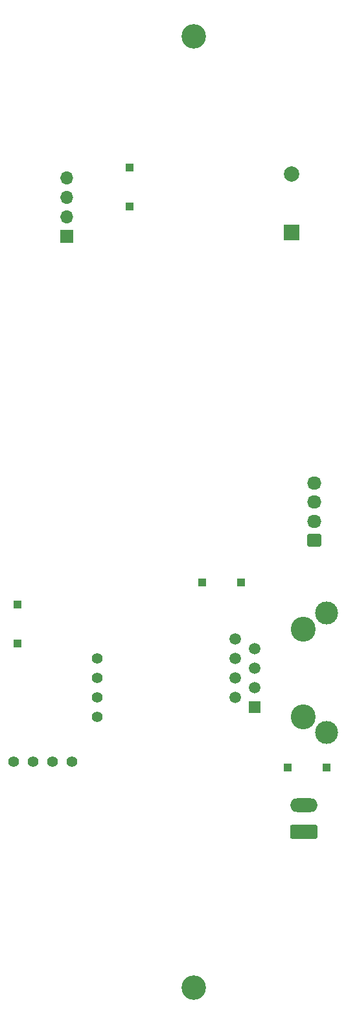
<source format=gbr>
%TF.GenerationSoftware,KiCad,Pcbnew,7.0.10*%
%TF.CreationDate,2024-04-30T16:54:11+09:00*%
%TF.ProjectId,Panel_board,50616e65-6c5f-4626-9f61-72642e6b6963,rev?*%
%TF.SameCoordinates,Original*%
%TF.FileFunction,Soldermask,Bot*%
%TF.FilePolarity,Negative*%
%FSLAX46Y46*%
G04 Gerber Fmt 4.6, Leading zero omitted, Abs format (unit mm)*
G04 Created by KiCad (PCBNEW 7.0.10) date 2024-04-30 16:54:11*
%MOMM*%
%LPD*%
G01*
G04 APERTURE LIST*
G04 Aperture macros list*
%AMRoundRect*
0 Rectangle with rounded corners*
0 $1 Rounding radius*
0 $2 $3 $4 $5 $6 $7 $8 $9 X,Y pos of 4 corners*
0 Add a 4 corners polygon primitive as box body*
4,1,4,$2,$3,$4,$5,$6,$7,$8,$9,$2,$3,0*
0 Add four circle primitives for the rounded corners*
1,1,$1+$1,$2,$3*
1,1,$1+$1,$4,$5*
1,1,$1+$1,$6,$7*
1,1,$1+$1,$8,$9*
0 Add four rect primitives between the rounded corners*
20,1,$1+$1,$2,$3,$4,$5,0*
20,1,$1+$1,$4,$5,$6,$7,0*
20,1,$1+$1,$6,$7,$8,$9,0*
20,1,$1+$1,$8,$9,$2,$3,0*%
G04 Aperture macros list end*
%ADD10R,1.000000X1.000000*%
%ADD11RoundRect,0.250000X0.675000X-0.600000X0.675000X0.600000X-0.675000X0.600000X-0.675000X-0.600000X0*%
%ADD12O,1.850000X1.700000*%
%ADD13C,3.200000*%
%ADD14C,1.400000*%
%ADD15RoundRect,0.250000X1.550000X-0.650000X1.550000X0.650000X-1.550000X0.650000X-1.550000X-0.650000X0*%
%ADD16O,3.600000X1.800000*%
%ADD17C,3.250000*%
%ADD18R,1.500000X1.500000*%
%ADD19C,1.500000*%
%ADD20C,3.000000*%
%ADD21R,2.000000X2.000000*%
%ADD22C,2.000000*%
%ADD23R,1.700000X1.700000*%
%ADD24O,1.700000X1.700000*%
G04 APERTURE END LIST*
D10*
%TO.C,TP8*%
X-8382000Y-22225000D03*
%TD*%
D11*
%TO.C,J2*%
X15765000Y-65726000D03*
D12*
X15765000Y-63226000D03*
X15765000Y-60726000D03*
X15765000Y-58226000D03*
%TD*%
D13*
%TO.C,H2*%
X0Y-124000000D03*
%TD*%
D14*
%TO.C,U1*%
X-15875000Y-94533000D03*
X-18415000Y-94533000D03*
X-20955000Y-94533000D03*
X-23495000Y-94533000D03*
%TD*%
D15*
%TO.C,J1*%
X14466500Y-103721000D03*
D16*
X14466500Y-100221000D03*
%TD*%
D17*
%TO.C,J11*%
X14351000Y-88691000D03*
X14351000Y-77261000D03*
D18*
X8001000Y-87421000D03*
D19*
X5461000Y-86151000D03*
X8001000Y-84881000D03*
X5461000Y-83611000D03*
X8001000Y-82341000D03*
X5461000Y-81071000D03*
X8001000Y-79801000D03*
X5461000Y-78531000D03*
D20*
X17401000Y-90746000D03*
X17401000Y-75206000D03*
%TD*%
D10*
%TO.C,TP6*%
X17399000Y-95295000D03*
%TD*%
%TO.C,TP1*%
X-22987000Y-74086000D03*
%TD*%
%TO.C,TP7*%
X-8382000Y-17145000D03*
%TD*%
%TO.C,TP4*%
X6223000Y-71165000D03*
%TD*%
D21*
%TO.C,BZ1*%
X12827000Y-25562000D03*
D22*
X12827000Y-17962000D03*
%TD*%
D23*
%TO.C,J3*%
X-16580000Y-26070000D03*
D24*
X-16580000Y-23530000D03*
X-16580000Y-20990000D03*
X-16580000Y-18450000D03*
%TD*%
D14*
%TO.C,U8*%
X-12573000Y-88691000D03*
X-12573000Y-86151000D03*
X-12573000Y-83611000D03*
X-12573000Y-81071000D03*
%TD*%
D10*
%TO.C,TP3*%
X1143000Y-71165000D03*
%TD*%
%TO.C,TP5*%
X12319000Y-95295000D03*
%TD*%
D13*
%TO.C,H1*%
X0Y0D03*
%TD*%
D10*
%TO.C,TP2*%
X-22987000Y-79166000D03*
%TD*%
M02*

</source>
